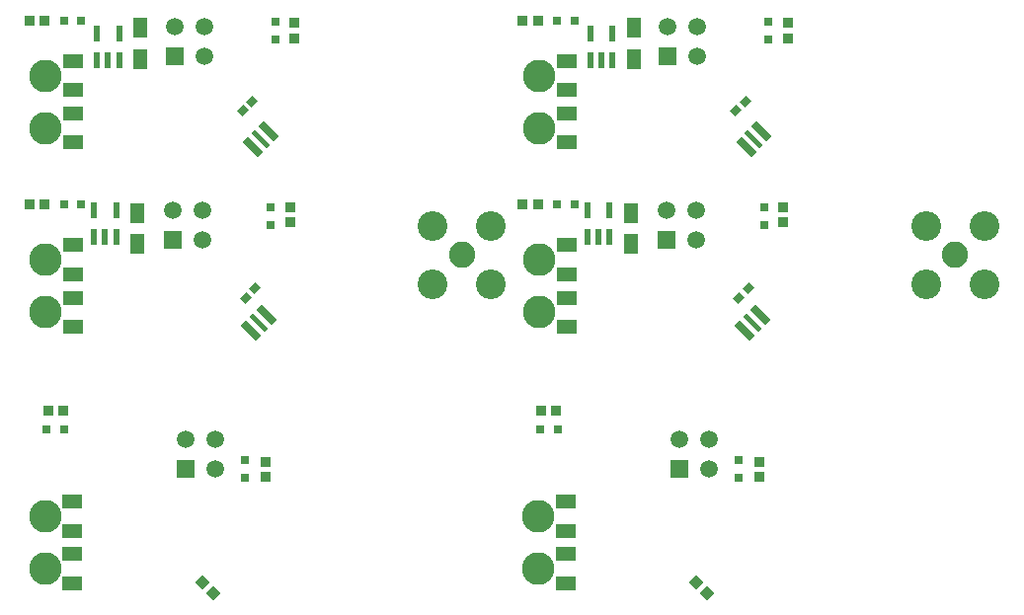
<source format=gbs>
G04*
G04 #@! TF.GenerationSoftware,Altium Limited,Altium Designer,22.10.1 (41)*
G04*
G04 Layer_Color=14186556*
%FSTAX24Y24*%
%MOIN*%
G70*
G04*
G04 #@! TF.SameCoordinates,66E382E7-BC4A-4C08-8AB3-1FD61AD418E8*
G04*
G04*
G04 #@! TF.FilePolarity,Negative*
G04*
G01*
G75*
G04:AMPARAMS|DCode=21|XSize=23.6mil|YSize=74.8mil|CornerRadius=0mil|HoleSize=0mil|Usage=FLASHONLY|Rotation=45.000|XOffset=0mil|YOffset=0mil|HoleType=Round|Shape=Rectangle|*
%AMROTATEDRECTD21*
4,1,4,0.0181,-0.0348,-0.0348,0.0181,-0.0181,0.0348,0.0348,-0.0181,0.0181,-0.0348,0.0*
%
%ADD21ROTATEDRECTD21*%

G04:AMPARAMS|DCode=22|XSize=15.7mil|YSize=74.8mil|CornerRadius=0mil|HoleSize=0mil|Usage=FLASHONLY|Rotation=45.000|XOffset=0mil|YOffset=0mil|HoleType=Round|Shape=Rectangle|*
%AMROTATEDRECTD22*
4,1,4,0.0209,-0.0320,-0.0320,0.0209,-0.0209,0.0320,0.0320,-0.0209,0.0209,-0.0320,0.0*
%
%ADD22ROTATEDRECTD22*%

%ADD25R,0.0374X0.0335*%
%ADD34R,0.0236X0.0520*%
%ADD35R,0.0484X0.0709*%
%ADD48R,0.0335X0.0374*%
G04:AMPARAMS|DCode=61|XSize=23.6mil|YSize=29.5mil|CornerRadius=0mil|HoleSize=0mil|Usage=FLASHONLY|Rotation=315.000|XOffset=0mil|YOffset=0mil|HoleType=Round|Shape=Rectangle|*
%AMROTATEDRECTD61*
4,1,4,-0.0188,-0.0021,0.0021,0.0188,0.0188,0.0021,-0.0021,-0.0188,-0.0188,-0.0021,0.0*
%
%ADD61ROTATEDRECTD61*%

%ADD63C,0.1102*%
%ADD64R,0.0594X0.0594*%
%ADD65C,0.0594*%
%ADD67C,0.1004*%
%ADD68C,0.0886*%
G04:AMPARAMS|DCode=69|XSize=37.4mil|YSize=33.5mil|CornerRadius=0mil|HoleSize=0mil|Usage=FLASHONLY|Rotation=45.000|XOffset=0mil|YOffset=0mil|HoleType=Round|Shape=Rectangle|*
%AMROTATEDRECTD69*
4,1,4,-0.0014,-0.0251,-0.0251,-0.0014,0.0014,0.0251,0.0251,0.0014,-0.0014,-0.0251,0.0*
%
%ADD69ROTATEDRECTD69*%

%ADD70R,0.0315X0.0315*%
%ADD71R,0.0315X0.0315*%
%ADD72R,0.0669X0.0512*%
%ADD73R,0.0315X0.0315*%
D21*
X012324Y023305D02*
D03*
X011795Y022776D02*
D03*
X028978Y023305D02*
D03*
X028449Y022776D02*
D03*
X012274Y017085D02*
D03*
X011745Y016556D02*
D03*
X028928Y017085D02*
D03*
X028399Y016556D02*
D03*
D22*
X01206Y023041D02*
D03*
X028713D02*
D03*
X01201Y01682D02*
D03*
X028663D02*
D03*
D25*
X028891Y012143D02*
D03*
Y011631D02*
D03*
X012237Y012143D02*
D03*
Y011631D02*
D03*
X01321Y026946D02*
D03*
Y026435D02*
D03*
X029863Y026946D02*
D03*
Y026435D02*
D03*
X01306Y020726D02*
D03*
Y020214D02*
D03*
X029713Y020726D02*
D03*
Y020214D02*
D03*
D34*
X007284Y026593D02*
D03*
X006536D02*
D03*
Y025688D02*
D03*
X00691D02*
D03*
X007284D02*
D03*
X023937Y026593D02*
D03*
X023189D02*
D03*
Y025688D02*
D03*
X023563D02*
D03*
X023937D02*
D03*
X007184Y020623D02*
D03*
X006436D02*
D03*
Y019717D02*
D03*
X00681D02*
D03*
X007184D02*
D03*
X023837Y020623D02*
D03*
X023089D02*
D03*
Y019717D02*
D03*
X023463D02*
D03*
X023837D02*
D03*
D35*
X00801Y026791D02*
D03*
Y025725D02*
D03*
X024663Y026791D02*
D03*
Y025725D02*
D03*
X00791Y020536D02*
D03*
Y019504D02*
D03*
X024563Y020536D02*
D03*
Y019504D02*
D03*
D48*
X021535Y013865D02*
D03*
X022046D02*
D03*
X004881D02*
D03*
X005393D02*
D03*
X004766Y027041D02*
D03*
X004254D02*
D03*
X021419D02*
D03*
X020908D02*
D03*
X004254Y02082D02*
D03*
X004766D02*
D03*
X020908D02*
D03*
X021419D02*
D03*
D61*
X01177Y024301D02*
D03*
X01145Y02398D02*
D03*
X028424Y024301D02*
D03*
X028103Y02398D02*
D03*
X01155Y01766D02*
D03*
X01187Y01798D02*
D03*
X028203Y01766D02*
D03*
X028524Y01798D02*
D03*
D63*
X021434Y010301D02*
D03*
X021434Y008529D02*
D03*
X004781Y010301D02*
D03*
X004781Y008529D02*
D03*
X004804Y025176D02*
D03*
X004804Y023405D02*
D03*
X021457Y025176D02*
D03*
X021457Y023405D02*
D03*
X004804Y017184D02*
D03*
X004804Y018956D02*
D03*
X021457Y017184D02*
D03*
X021457Y018956D02*
D03*
D64*
X026191Y011887D02*
D03*
X009537D02*
D03*
X00916Y025841D02*
D03*
X025813D02*
D03*
X00911Y01962D02*
D03*
X025763D02*
D03*
D65*
X026191Y012887D02*
D03*
X027191Y011887D02*
D03*
Y012887D02*
D03*
X009537D02*
D03*
X010537Y011887D02*
D03*
Y012887D02*
D03*
X00916Y026841D02*
D03*
X01016D02*
D03*
Y025841D02*
D03*
X025813Y026841D02*
D03*
X026813D02*
D03*
Y025841D02*
D03*
X00911Y02062D02*
D03*
X01011Y01962D02*
D03*
Y02062D02*
D03*
X025763D02*
D03*
X026763Y01962D02*
D03*
Y02062D02*
D03*
D67*
X017876Y020104D02*
D03*
X019844D02*
D03*
Y018136D02*
D03*
X017876D02*
D03*
X034529Y020104D02*
D03*
X036498D02*
D03*
Y018136D02*
D03*
X034529D02*
D03*
D68*
X01886Y01912D02*
D03*
X035513D02*
D03*
D69*
X02676Y008068D02*
D03*
X027122Y007706D02*
D03*
X010106Y008068D02*
D03*
X010468Y007706D02*
D03*
D70*
X021495Y013215D02*
D03*
X022086D02*
D03*
X004842D02*
D03*
X005432D02*
D03*
X005415Y027041D02*
D03*
X006005D02*
D03*
X022068D02*
D03*
X022659D02*
D03*
X006005Y02082D02*
D03*
X005415D02*
D03*
X022659D02*
D03*
X022068D02*
D03*
D71*
X028191Y012182D02*
D03*
Y011592D02*
D03*
X011537Y012182D02*
D03*
Y011592D02*
D03*
X01256Y026395D02*
D03*
Y026986D02*
D03*
X01241Y020125D02*
D03*
Y020715D02*
D03*
D72*
X022359Y010793D02*
D03*
Y008037D02*
D03*
Y009809D02*
D03*
Y009021D02*
D03*
X005706Y010793D02*
D03*
Y008037D02*
D03*
Y009809D02*
D03*
Y009021D02*
D03*
X005729Y025668D02*
D03*
Y022913D02*
D03*
Y024684D02*
D03*
Y023897D02*
D03*
X022382Y025668D02*
D03*
Y022913D02*
D03*
Y024684D02*
D03*
Y023897D02*
D03*
X005729Y017676D02*
D03*
Y018464D02*
D03*
Y016692D02*
D03*
Y019448D02*
D03*
X022382Y017676D02*
D03*
Y018464D02*
D03*
Y016692D02*
D03*
Y019448D02*
D03*
D73*
X029213Y026395D02*
D03*
Y026986D02*
D03*
X029063Y020125D02*
D03*
Y020715D02*
D03*
M02*

</source>
